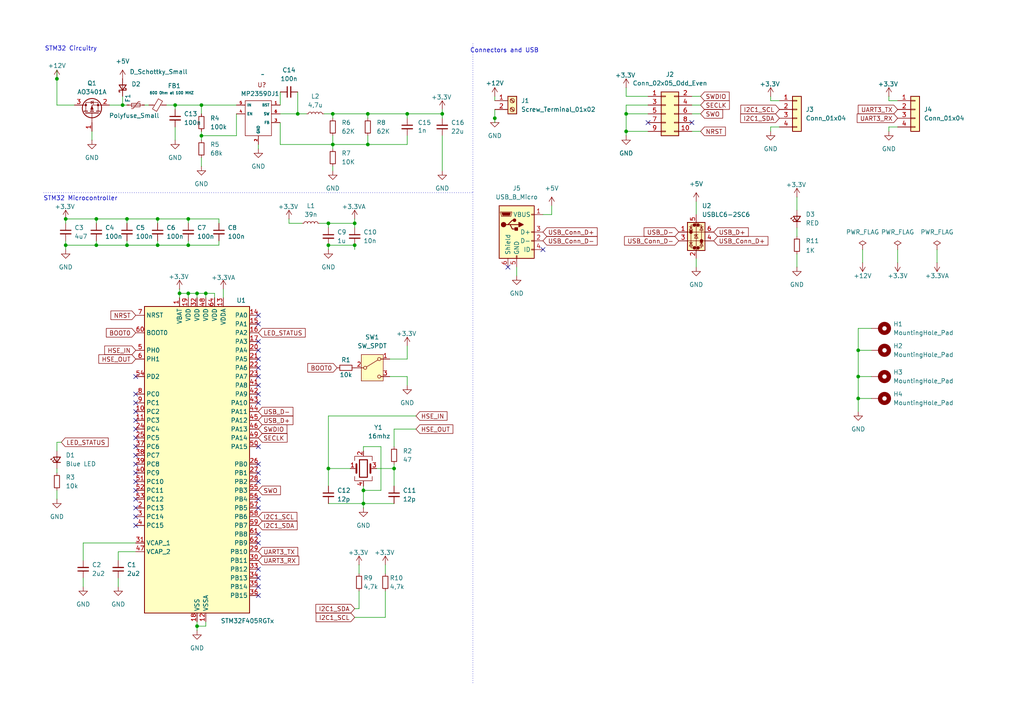
<source format=kicad_sch>
(kicad_sch (version 20231120) (generator "eeschema") (generator_version "8.0")
  (paper "A4")
  (title_block (title "stm32f405buck") (date "2024-09-22") (rev "v1") (company "nocomp"))
  (junction (at 16.51 22.86))
  (junction (at 27.94 63.5))
  (junction (at 181.61 33.02))
  (junction (at 105.41 142.24))
  (junction (at 106.68 41.91))
  (junction (at 54.61 63.5))
  (junction (at 96.52 41.91))
  (junction (at 19.05 71.12))
  (junction (at 128.27 33.02))
  (junction (at 248.92 101.6))
  (junction (at 27.94 71.12))
  (junction (at 105.41 146.05))
  (junction (at 35.56 30.48))
  (junction (at 118.11 33.02))
  (junction (at 52.07 85.09))
  (junction (at 106.68 33.02))
  (junction (at 36.83 63.5))
  (junction (at 143.51 34.29))
  (junction (at 54.61 71.12))
  (junction (at 50.8 30.48))
  (junction (at 95.25 64.77))
  (junction (at 57.15 85.09))
  (junction (at 19.05 63.5))
  (junction (at 45.72 71.12))
  (junction (at 95.25 135.89))
  (junction (at 95.25 71.12))
  (junction (at 102.87 71.12))
  (junction (at 248.92 115.57))
  (junction (at 248.92 109.22))
  (junction (at 45.72 63.5))
  (junction (at 102.87 64.77))
  (junction (at 58.42 30.48))
  (junction (at 36.83 71.12))
  (junction (at 86.36 33.02))
  (junction (at 114.3 135.89))
  (junction (at 58.42 39.37))
  (junction (at 96.52 33.02))
  (junction (at 57.15 181.61))
  (junction (at 54.61 85.09))
  (junction (at 59.69 85.09))
  (junction (at 181.61 38.1))
  (no_connect (at 74.93 99.06))
  (no_connect (at 39.37 109.22))
  (no_connect (at 39.37 124.46))
  (no_connect (at 39.37 121.92))
  (no_connect (at 39.37 129.54))
  (no_connect (at 74.93 93.98))
  (no_connect (at 39.37 116.84))
  (no_connect (at 187.96 35.56))
  (no_connect (at 147.32 77.47))
  (no_connect (at 39.37 152.4))
  (no_connect (at 74.93 101.6))
  (no_connect (at 74.93 165.1))
  (no_connect (at 74.93 114.3))
  (no_connect (at 74.93 137.16))
  (no_connect (at 74.93 154.94))
  (no_connect (at 39.37 114.3))
  (no_connect (at 74.93 147.32))
  (no_connect (at 39.37 132.08))
  (no_connect (at 39.37 137.16))
  (no_connect (at 74.93 106.68))
  (no_connect (at 39.37 149.86))
  (no_connect (at 39.37 142.24))
  (no_connect (at 39.37 119.38))
  (no_connect (at 39.37 147.32))
  (no_connect (at 74.93 104.14))
  (no_connect (at 74.93 167.64))
  (no_connect (at 39.37 144.78))
  (no_connect (at 74.93 172.72))
  (no_connect (at 74.93 109.22))
  (no_connect (at 157.48 72.39))
  (no_connect (at 74.93 111.76))
  (no_connect (at 74.93 139.7))
  (no_connect (at 74.93 91.44))
  (no_connect (at 74.93 170.18))
  (no_connect (at 200.66 35.56))
  (no_connect (at 74.93 116.84))
  (no_connect (at 39.37 134.62))
  (no_connect (at 39.37 127))
  (no_connect (at 74.93 144.78))
  (no_connect (at 74.93 157.48))
  (no_connect (at 74.93 134.62))
  (no_connect (at 74.93 129.54))
  (no_connect (at 39.37 139.7))
  (wire (pts (xy 36.83 71.12) (xy 45.72 71.12)))
  (wire (pts (xy 96.52 48.26) (xy 96.52 49.53)))
  (wire (pts (xy 19.05 63.5) (xy 27.94 63.5)))
  (wire (pts (xy 248.92 101.6) (xy 248.92 95.25)))
  (wire (pts (xy 31.75 30.48) (xy 35.56 30.48)))
  (wire (pts (xy 120.65 124.46) (xy 114.3 124.46)))
  (wire (pts (xy 58.42 39.37) (xy 58.42 40.64)))
  (wire (pts (xy 248.92 109.22) (xy 252.73 109.22)))
  (wire (pts (xy 59.69 85.09) (xy 59.69 86.36)))
  (wire (pts (xy 231.14 73.66) (xy 231.14 77.47)))
  (wire (pts (xy 106.68 33.02) (xy 106.68 34.29)))
  (wire (pts (xy 248.92 115.57) (xy 248.92 109.22)))
  (wire (pts (xy 50.8 36.83) (xy 50.8 40.64)))
  (wire (pts (xy 95.25 120.65) (xy 95.25 135.89)))
  (wire (pts (xy 105.41 130.81) (xy 105.41 129.54)))
  (wire (pts (xy 95.25 146.05) (xy 105.41 146.05)))
  (wire (pts (xy 24.13 167.64) (xy 24.13 170.18)))
  (wire (pts (xy 95.25 71.12) (xy 95.25 72.39)))
  (wire (pts (xy 96.52 41.91) (xy 96.52 43.18)))
  (wire (pts (xy 143.51 34.29) (xy 143.51 35.56)))
  (wire (pts (xy 45.72 63.5) (xy 45.72 64.77)))
  (wire (pts (xy 118.11 109.22) (xy 118.11 111.76)))
  (wire (pts (xy 200.66 33.02) (xy 203.2 33.02)))
  (wire (pts (xy 34.29 160.02) (xy 39.37 160.02)))
  (wire (pts (xy 52.07 85.09) (xy 52.07 86.36)))
  (wire (pts (xy 200.66 30.48) (xy 203.2 30.48)))
  (wire (pts (xy 86.36 33.02) (xy 86.36 26.67)))
  (wire (pts (xy 27.94 63.5) (xy 27.94 64.77)))
  (wire (pts (xy 226.06 29.21) (xy 223.52 29.21)))
  (wire (pts (xy 63.5 63.5) (xy 63.5 64.77)))
  (wire (pts (xy 250.19 72.39) (xy 250.19 76.2)))
  (wire (pts (xy 114.3 135.89) (xy 114.3 140.97)))
  (wire (pts (xy 95.25 64.77) (xy 102.87 64.77)))
  (wire (pts (xy 50.8 30.48) (xy 58.42 30.48)))
  (wire (pts (xy 223.52 36.83) (xy 223.52 38.1)))
  (wire (pts (xy 105.41 146.05) (xy 114.3 146.05)))
  (wire (pts (xy 226.06 36.83) (xy 223.52 36.83)))
  (wire (pts (xy 45.72 63.5) (xy 54.61 63.5)))
  (wire (pts (xy 120.65 120.65) (xy 95.25 120.65)))
  (wire (pts (xy 58.42 30.48) (xy 68.58 30.48)))
  (wire (pts (xy 128.27 31.75) (xy 128.27 33.02)))
  (wire (pts (xy 181.61 27.94) (xy 181.61 25.4)))
  (wire (pts (xy 27.94 71.12) (xy 36.83 71.12)))
  (wire (pts (xy 248.92 109.22) (xy 248.92 101.6)))
  (wire (pts (xy 102.87 64.77) (xy 102.87 66.04)))
  (wire (pts (xy 187.96 38.1) (xy 181.61 38.1)))
  (wire (pts (xy 102.87 176.53) (xy 104.14 176.53)))
  (wire (pts (xy 118.11 109.22) (xy 113.03 109.22)))
  (wire (pts (xy 58.42 45.72) (xy 58.42 48.26)))
  (wire (pts (xy 113.03 104.14) (xy 118.11 104.14)))
  (wire (pts (xy 52.07 83.82) (xy 52.07 85.09)))
  (wire (pts (xy 58.42 38.1) (xy 58.42 39.37)))
  (wire (pts (xy 257.81 36.83) (xy 257.81 38.1)))
  (wire (pts (xy 16.51 135.89) (xy 16.51 137.16)))
  (wire (pts (xy 19.05 71.12) (xy 19.05 72.39)))
  (wire (pts (xy 27.94 69.85) (xy 27.94 71.12)))
  (wire (pts (xy 102.87 71.12) (xy 95.25 71.12)))
  (wire (pts (xy 54.61 71.12) (xy 63.5 71.12)))
  (wire (pts (xy 114.3 134.62) (xy 114.3 135.89)))
  (wire (pts (xy 57.15 181.61) (xy 57.15 182.88)))
  (wire (pts (xy 36.83 63.5) (xy 45.72 63.5)))
  (wire (pts (xy 92.71 64.77) (xy 95.25 64.77)))
  (wire (pts (xy 54.61 63.5) (xy 63.5 63.5)))
  (wire (pts (xy 57.15 180.34) (xy 57.15 181.61)))
  (wire (pts (xy 187.96 27.94) (xy 181.61 27.94)))
  (wire (pts (xy 64.77 83.82) (xy 64.77 86.36)))
  (wire (pts (xy 35.56 27.94) (xy 35.56 30.48)))
  (wire (pts (xy 102.87 179.07) (xy 111.76 179.07)))
  (wire (pts (xy 57.15 85.09) (xy 59.69 85.09)))
  (wire (pts (xy 106.68 33.02) (xy 118.11 33.02)))
  (wire (pts (xy 16.51 128.27) (xy 16.51 130.81)))
  (wire (pts (xy 45.72 69.85) (xy 45.72 71.12)))
  (wire (pts (xy 105.41 129.54) (xy 110.49 129.54)))
  (wire (pts (xy 26.67 38.1) (xy 26.67 40.64)))
  (wire (pts (xy 54.61 85.09) (xy 54.61 86.36)))
  (wire (pts (xy 96.52 41.91) (xy 106.68 41.91)))
  (wire (pts (xy 96.52 39.37) (xy 96.52 41.91)))
  (wire (pts (xy 34.29 167.64) (xy 34.29 170.18)))
  (wire (pts (xy 102.87 63.5) (xy 102.87 64.77)))
  (wire (pts (xy 118.11 100.33) (xy 118.11 104.14)))
  (wire (pts (xy 24.13 157.48) (xy 39.37 157.48)))
  (polyline (pts (xy 12.7 55.88) (xy 137.16 55.88)) (stroke (width 0) (type dot)))
  (wire (pts (xy 93.98 33.02) (xy 96.52 33.02)))
  (wire (pts (xy 58.42 30.48) (xy 58.42 33.02)))
  (wire (pts (xy 248.92 95.25) (xy 252.73 95.25)))
  (wire (pts (xy 54.61 69.85) (xy 54.61 71.12)))
  (wire (pts (xy 36.83 69.85) (xy 36.83 71.12)))
  (wire (pts (xy 231.14 66.04) (xy 231.14 68.58)))
  (wire (pts (xy 24.13 162.56) (xy 24.13 157.48)))
  (wire (pts (xy 16.51 142.24) (xy 16.51 144.78)))
  (wire (pts (xy 200.66 27.94) (xy 203.2 27.94)))
  (wire (pts (xy 248.92 101.6) (xy 252.73 101.6)))
  (wire (pts (xy 105.41 142.24) (xy 105.41 146.05)))
  (wire (pts (xy 105.41 142.24) (xy 110.49 142.24)))
  (wire (pts (xy 19.05 63.5) (xy 19.05 64.77)))
  (wire (pts (xy 106.68 39.37) (xy 106.68 41.91)))
  (wire (pts (xy 68.58 33.02) (xy 68.58 39.37)))
  (wire (pts (xy 181.61 33.02) (xy 181.61 38.1)))
  (wire (pts (xy 54.61 85.09) (xy 57.15 85.09)))
  (wire (pts (xy 57.15 85.09) (xy 57.15 86.36)))
  (wire (pts (xy 95.25 140.97) (xy 95.25 135.89)))
  (wire (pts (xy 81.28 41.91) (xy 96.52 41.91)))
  (wire (pts (xy 54.61 63.5) (xy 54.61 64.77)))
  (wire (pts (xy 118.11 39.37) (xy 118.11 41.91)))
  (wire (pts (xy 118.11 33.02) (xy 128.27 33.02)))
  (wire (pts (xy 81.28 30.48) (xy 81.28 26.67)))
  (wire (pts (xy 114.3 124.46) (xy 114.3 129.54)))
  (wire (pts (xy 187.96 30.48) (xy 181.61 30.48)))
  (wire (pts (xy 111.76 163.83) (xy 111.76 166.37)))
  (wire (pts (xy 102.87 71.12) (xy 102.87 72.39)))
  (wire (pts (xy 50.8 31.75) (xy 50.8 30.48)))
  (wire (pts (xy 95.25 135.89) (xy 101.6 135.89)))
  (wire (pts (xy 16.51 30.48) (xy 21.59 30.48)))
  (wire (pts (xy 34.29 162.56) (xy 34.29 160.02)))
  (wire (pts (xy 128.27 33.02) (xy 128.27 34.29)))
  (wire (pts (xy 231.14 57.15) (xy 231.14 60.96)))
  (wire (pts (xy 58.42 39.37) (xy 68.58 39.37)))
  (wire (pts (xy 83.82 64.77) (xy 87.63 64.77)))
  (wire (pts (xy 248.92 115.57) (xy 252.73 115.57)))
  (wire (pts (xy 128.27 39.37) (xy 128.27 49.53)))
  (wire (pts (xy 271.78 72.39) (xy 271.78 76.2)))
  (wire (pts (xy 81.28 35.56) (xy 81.28 41.91)))
  (wire (pts (xy 143.51 31.75) (xy 143.51 34.29)))
  (wire (pts (xy 59.69 180.34) (xy 59.69 181.61)))
  (wire (pts (xy 96.52 33.02) (xy 96.52 34.29)))
  (wire (pts (xy 59.69 85.09) (xy 62.23 85.09)))
  (wire (pts (xy 149.86 77.47) (xy 149.86 80.01)))
  (wire (pts (xy 48.26 30.48) (xy 50.8 30.48)))
  (wire (pts (xy 81.28 33.02) (xy 86.36 33.02)))
  (wire (pts (xy 260.35 29.21) (xy 257.81 29.21)))
  (wire (pts (xy 17.78 128.27) (xy 16.51 128.27)))
  (wire (pts (xy 104.14 171.45) (xy 104.14 176.53)))
  (wire (pts (xy 181.61 38.1) (xy 181.61 39.37)))
  (wire (pts (xy 16.51 20.32) (xy 16.51 22.86)))
  (wire (pts (xy 16.51 22.86) (xy 16.51 30.48)))
  (wire (pts (xy 105.41 140.97) (xy 105.41 142.24)))
  (wire (pts (xy 257.81 29.21) (xy 257.81 27.94)))
  (wire (pts (xy 110.49 129.54) (xy 110.49 142.24)))
  (wire (pts (xy 105.41 146.05) (xy 105.41 147.32)))
  (wire (pts (xy 96.52 33.02) (xy 106.68 33.02)))
  (wire (pts (xy 19.05 71.12) (xy 27.94 71.12)))
  (wire (pts (xy 19.05 69.85) (xy 19.05 71.12)))
  (wire (pts (xy 111.76 179.07) (xy 111.76 171.45)))
  (wire (pts (xy 52.07 85.09) (xy 54.61 85.09)))
  (wire (pts (xy 35.56 30.48) (xy 36.83 30.48)))
  (wire (pts (xy 118.11 34.29) (xy 118.11 33.02)))
  (wire (pts (xy 201.93 58.42) (xy 201.93 62.23)))
  (wire (pts (xy 74.93 41.91) (xy 74.93 43.18)))
  (wire (pts (xy 63.5 69.85) (xy 63.5 71.12)))
  (polyline (pts (xy 137.16 12.7) (xy 137.16 55.88)) (stroke (width 0) (type dot)))
  (wire (pts (xy 200.66 38.1) (xy 203.2 38.1)))
  (wire (pts (xy 160.02 59.69) (xy 160.02 62.23)))
  (wire (pts (xy 260.35 72.39) (xy 260.35 76.2)))
  (wire (pts (xy 27.94 63.5) (xy 36.83 63.5)))
  (wire (pts (xy 248.92 119.38) (xy 248.92 115.57)))
  (wire (pts (xy 95.25 64.77) (xy 95.25 66.04)))
  (wire (pts (xy 260.35 36.83) (xy 257.81 36.83)))
  (wire (pts (xy 143.51 27.94) (xy 143.51 29.21)))
  (wire (pts (xy 109.22 135.89) (xy 114.3 135.89)))
  (wire (pts (xy 181.61 30.48) (xy 181.61 33.02)))
  (wire (pts (xy 41.91 30.48) (xy 43.18 30.48)))
  (wire (pts (xy 83.82 63.5) (xy 83.82 64.77)))
  (wire (pts (xy 223.52 29.21) (xy 223.52 27.94)))
  (wire (pts (xy 57.15 181.61) (xy 59.69 181.61)))
  (wire (pts (xy 88.9 33.02) (xy 86.36 33.02)))
  (wire (pts (xy 36.83 63.5) (xy 36.83 64.77)))
  (wire (pts (xy 160.02 62.23) (xy 157.48 62.23)))
  (wire (pts (xy 106.68 41.91) (xy 118.11 41.91)))
  (wire (pts (xy 201.93 74.93) (xy 201.93 77.47)))
  (wire (pts (xy 45.72 71.12) (xy 54.61 71.12)))
  (wire (pts (xy 181.61 33.02) (xy 187.96 33.02)))
  (polyline (pts (xy 137.16 55.88) (xy 137.16 198.12)) (stroke (width 0) (type dot)))
  (wire (pts (xy 104.14 163.83) (xy 104.14 166.37)))
  (wire (pts (xy 62.23 85.09) (xy 62.23 86.36)))
  (text "STM32 Circuitry\n\n" (at 20.574 15.24 0) (effects (font (size 1.27 1.27))))
  (text "Connectors and USB\n" (at 146.304 14.732 0) (effects (font (size 1.27 1.27))))
  (text "STM32 Microcontroller\n" (at 23.368 57.658 0) (effects (font (size 1.27 1.27))))
  (global_label "NRST" (shape input) (at 203.2 38.1 0) (property "Intersheetrefs" "${INTERSHEET_REFS}" (effects (hide yes))))
  (global_label "BOOT0" (shape input) (at 39.37 96.52 180) (property "Intersheetrefs" "${INTERSHEET_REFS}" (effects (hide yes))))
  (global_label "SWDIO" (shape input) (at 203.2 27.94 0) (property "Intersheetrefs" "${INTERSHEET_REFS}" (effects (hide yes))))
  (global_label "UART3_RX" (shape input) (at 260.35 34.29 180) (property "Intersheetrefs" "${INTERSHEET_REFS}" (effects (hide yes))))
  (global_label "HSE_IN" (shape input) (at 120.65 120.65 0) (property "Intersheetrefs" "${INTERSHEET_REFS}" (effects (hide yes))))
  (global_label "BOOT0" (shape input) (at 97.79 106.68 180) (property "Intersheetrefs" "${INTERSHEET_REFS}" (effects (hide yes))))
  (global_label "UART3_TX" (shape input) (at 74.93 160.02 0) (property "Intersheetrefs" "${INTERSHEET_REFS}" (effects (hide yes))))
  (global_label "HSE_OUT" (shape input) (at 120.65 124.46 0) (property "Intersheetrefs" "${INTERSHEET_REFS}" (effects (hide yes))))
  (global_label "USB_Conn_D+" (shape input) (at 207.01 69.85 0) (property "Intersheetrefs" "${INTERSHEET_REFS}" (effects (hide yes))))
  (global_label "I2C1_SCL" (shape input) (at 226.06 31.75 180) (property "Intersheetrefs" "${INTERSHEET_REFS}" (effects (hide yes))))
  (global_label "SWDIO" (shape input) (at 74.93 124.46 0) (property "Intersheetrefs" "${INTERSHEET_REFS}" (effects (hide yes))))
  (global_label "I2C1_SCL" (shape input) (at 102.87 179.07 180) (property "Intersheetrefs" "${INTERSHEET_REFS}" (effects (hide yes))))
  (global_label "USB_D+" (shape input) (at 74.93 121.92 0) (property "Intersheetrefs" "${INTERSHEET_REFS}" (effects (hide yes))))
  (global_label "USB_Conn_D+" (shape input) (at 157.48 67.31 0) (property "Intersheetrefs" "${INTERSHEET_REFS}" (effects (hide yes))))
  (global_label "SECLK" (shape input) (at 74.93 127 0) (property "Intersheetrefs" "${INTERSHEET_REFS}" (effects (hide yes))))
  (global_label "I2C1_SDA" (shape input) (at 102.87 176.53 180) (property "Intersheetrefs" "${INTERSHEET_REFS}" (effects (hide yes))))
  (global_label "USB_Conn_D-" (shape input) (at 196.85 69.85 180) (property "Intersheetrefs" "${INTERSHEET_REFS}" (effects (hide yes))))
  (global_label "I2C1_SCL" (shape input) (at 74.93 149.86 0) (property "Intersheetrefs" "${INTERSHEET_REFS}" (effects (hide yes))))
  (global_label "HSE_IN" (shape input) (at 39.37 101.6 180) (property "Intersheetrefs" "${INTERSHEET_REFS}" (effects (hide yes))))
  (global_label "USB_Conn_D-" (shape input) (at 157.48 69.85 0) (property "Intersheetrefs" "${INTERSHEET_REFS}" (effects (hide yes))))
  (global_label "USB_D-" (shape input) (at 196.85 67.31 180) (property "Intersheetrefs" "${INTERSHEET_REFS}" (effects (hide yes))))
  (global_label "USB_D+" (shape input) (at 207.01 67.31 0) (property "Intersheetrefs" "${INTERSHEET_REFS}" (effects (hide yes))))
  (global_label "SECLK" (shape input) (at 203.2 30.48 0) (property "Intersheetrefs" "${INTERSHEET_REFS}" (effects (hide yes))))
  (global_label "NRST" (shape input) (at 39.37 91.44 180) (property "Intersheetrefs" "${INTERSHEET_REFS}" (effects (hide yes))))
  (global_label "USB_D-" (shape input) (at 74.93 119.38 0) (property "Intersheetrefs" "${INTERSHEET_REFS}" (effects (hide yes))))
  (global_label "I2C1_SDA" (shape input) (at 74.93 152.4 0) (property "Intersheetrefs" "${INTERSHEET_REFS}" (effects (hide yes))))
  (global_label "UART3_TX" (shape input) (at 260.35 31.75 180) (property "Intersheetrefs" "${INTERSHEET_REFS}" (effects (hide yes))))
  (global_label "SWO" (shape input) (at 203.2 33.02 0) (property "Intersheetrefs" "${INTERSHEET_REFS}" (effects (hide yes))))
  (global_label "LED_STATUS" (shape input) (at 17.78 128.27 0) (property "Intersheetrefs" "${INTERSHEET_REFS}" (effects (hide yes))))
  (global_label "SWO" (shape input) (at 74.93 142.24 0) (property "Intersheetrefs" "${INTERSHEET_REFS}" (effects (hide yes))))
  (global_label "LED_STATUS" (shape input) (at 74.93 96.52 0) (property "Intersheetrefs" "${INTERSHEET_REFS}" (effects (hide yes))))
  (global_label "UART3_RX" (shape input) (at 74.93 162.56 0) (property "Intersheetrefs" "${INTERSHEET_REFS}" (effects (hide yes))))
  (global_label "HSE_OUT" (shape input) (at 39.37 104.14 180) (property "Intersheetrefs" "${INTERSHEET_REFS}" (effects (hide yes))))
  (global_label "I2C1_SDA" (shape input) (at 226.06 34.29 180) (property "Intersheetrefs" "${INTERSHEET_REFS}" (effects (hide yes))))
  (symbol (lib_id "power:+3.3V") (at 104.14 163.83 0) (unit 1)
    (property "Reference" "#PWR027" (effects (hide yes)))
    (property "Value" "+3.3V" (at 103.886 160.274 0))
    (property "Description" "Power symbol creates a global label with name \"+3.3V\"" (effects (hide yes)))
  )
  (symbol (lib_id "Device:C_Small") (at 19.05 67.31 0) (unit 1)
    (property "Reference" "C3" (at 21.59 66.0462 0) (effects (justify left)))
    (property "Value" "4u7" (at 21.59 68.5862 0) (effects (justify left)))
    (property "Footprint" "Capacitor_SMD:C_0805_2012Metric" (effects (hide yes)))
    (property "Description" "Unpolarized capacitor, small symbol" (effects (hide yes)))
  )
  (symbol (lib_id "Device:R_Small") (at 16.51 139.7 0) (unit 1)
    (property "Reference" "R3" (at 19.05 138.4299 0) (effects (justify left)))
    (property "Value" "10k" (at 19.05 140.9699 0) (effects (justify left)))
    (property "Footprint" "Resistor_SMD:R_0603_1608Metric" (effects (hide yes)))
    (property "Description" "Resistor, small symbol" (effects (hide yes)))
  )
  (symbol (lib_id "bag-folder:MP2359DJ") (at 73.66 27.94 0) (unit 1)
    (property "Reference" "MP2359DJ1" (at 75.438 27.178 0))
    (property "Value" "~" (at 76.2 21.59 0))
    (property "Footprint" "Package_TO_SOT_SMD:SOT-23-6" (effects (hide yes)))
  )
  (symbol (lib_id "power:+3.3V") (at 19.05 63.5 0) (unit 1)
    (property "Reference" "#PWR08" (effects (hide yes)))
    (property "Value" "+3.3V" (at 18.796 59.944 0))
    (property "Description" "Power symbol creates a global label with name \"+3.3V\"" (effects (hide yes)))
  )
  (symbol (lib_id "power:+5V") (at 160.02 59.69 0) (unit 1)
    (property "Reference" "#PWR034" (effects (hide yes)))
    (property "Value" "+5V" (at 160.02 54.61 0))
    (property "Description" "Power symbol creates a global label with name \"+5V\"" (effects (hide yes)))
  )
  (symbol (lib_id "power:GND") (at 223.52 38.1 0) (unit 1)
    (property "Reference" "#PWR030" (effects (hide yes)))
    (property "Value" "GND" (at 223.52 43.18 0))
    (property "Description" "Power symbol creates a global label with name \"GND\" , ground" (effects (hide yes)))
  )
  (symbol (lib_id "power:+3.3V") (at 102.87 63.5 0) (unit 1)
    (property "Reference" "#PWR012" (effects (hide yes)))
    (property "Value" "+3.3VA" (at 102.616 59.944 0))
    (property "Description" "Power symbol creates a global label with name \"+3.3V\"" (effects (hide yes)))
  )
  (symbol (lib_id "power:+3.3V") (at 118.11 100.33 0) (unit 1)
    (property "Reference" "#PWR06" (effects (hide yes)))
    (property "Value" "+3.3V" (at 117.856 96.774 0))
    (property "Description" "Power symbol creates a global label with name \"+3.3V\"" (effects (hide yes)))
  )
  (symbol (lib_id "Device:R_Small") (at 104.14 168.91 0) (unit 1)
    (property "Reference" "R9" (at 105.41 167.64 0) (effects (justify left)))
    (property "Value" "4,7k" (at 105.41 170.18 0) (effects (justify left)))
    (property "Footprint" "Resistor_SMD:R_0603_1608Metric" (effects (hide yes)))
    (property "Description" "Resistor, small symbol" (effects (hide yes)))
  )
  (symbol (lib_id "power:GND") (at 50.8 40.64 0) (unit 1)
    (property "Reference" "#PWR017" (effects (hide yes)))
    (property "Value" "GND" (at 50.8 45.72 0))
    (property "Description" "Power symbol creates a global label with name \"GND\" , ground" (effects (hide yes)))
  )
  (symbol (lib_id "Device:D_Schottky_Small") (at 35.56 25.4 90) (unit 1)
    (property "Reference" "D2" (at 38.1 24.3839 90) (effects (justify right)))
    (property "Value" "D_Schottky_Small" (at 37.592 20.828 90) (effects (justify right)))
    (property "Footprint" "Diode_SMD:D_SOD-123" (effects (hide yes)))
    (property "Description" "Schottky diode, small symbol" (effects (hide yes)))
  )
  (symbol (lib_id "Device:C_Small") (at 36.83 67.31 0) (unit 1)
    (property "Reference" "C5" (at 39.37 66.0462 0) (effects (justify left)))
    (property "Value" "100n" (at 39.37 68.5862 0) (effects (justify left)))
    (property "Footprint" "Capacitor_SMD:C_0402_1005Metric" (effects (hide yes)))
    (property "Description" "Unpolarized capacitor, small symbol" (effects (hide yes)))
  )
  (symbol (lib_id "power:+12V") (at 260.35 76.2 180) (unit 1)
    (property "Reference" "#PWR041" (effects (hide yes)))
    (property "Value" "+3.3V" (at 260.35 80.01 0))
    (property "Description" "Power symbol creates a global label with name \"+12V\"" (effects (hide yes)))
  )
  (symbol (lib_id "power:+12V") (at 143.51 27.94 0) (unit 1)
    (property "Reference" "#PWR024" (effects (hide yes)))
    (property "Value" "+12V" (at 143.51 24.13 0))
    (property "Description" "Power symbol creates a global label with name \"+12V\"" (effects (hide yes)))
  )
  (symbol (lib_id "Device:R_Small") (at 96.52 45.72 0) (unit 1)
    (property "Reference" "R7" (at 99.06 44.4499 0) (effects (justify left)))
    (property "Value" "10K" (at 99.06 46.9899 0) (effects (justify left)))
    (property "Footprint" "Resistor_SMD:R_0603_1608Metric" (effects (hide yes)))
    (property "Description" "Resistor, small symbol" (effects (hide yes)))
  )
  (symbol (lib_id "Mechanical:MountingHole_Pad") (at 255.27 115.57 270) (unit 1) (exclude_from_sim yes) (in_bom no)
    (property "Reference" "H4" (at 259.08 114.2999 90) (effects (justify left)))
    (property "Value" "MountingHole_Pad" (at 259.08 116.8399 90) (effects (justify left)))
    (property "Footprint" "MountingHole:MountingHole_4.3mm_M4_Pad_Via" (effects (hide yes)))
    (property "Description" "Mounting Hole with connection" (effects (hide yes)))
  )
  (symbol (lib_id "Device:R_Small") (at 111.76 168.91 0) (unit 1)
    (property "Reference" "R10" (at 113.03 167.64 0) (effects (justify left)))
    (property "Value" "4,7k" (at 113.03 170.18 0) (effects (justify left)))
    (property "Footprint" "Resistor_SMD:R_0603_1608Metric" (effects (hide yes)))
    (property "Description" "Resistor, small symbol" (effects (hide yes)))
  )
  (symbol (lib_id "power:GND") (at 58.42 48.26 0) (unit 1)
    (property "Reference" "#PWR019" (effects (hide yes)))
    (property "Value" "GND" (at 58.42 53.34 0))
    (property "Description" "Power symbol creates a global label with name \"GND\" , ground" (effects (hide yes)))
  )
  (symbol (lib_id "Connector_Generic:Conn_01x04") (at 265.43 31.75 0) (unit 1)
    (property "Reference" "J4" (at 267.97 31.7499 0) (effects (justify left)))
    (property "Value" "Conn_01x04" (at 267.97 34.2899 0) (effects (justify left)))
    (property "Footprint" "Connector_Molex:Molex_PicoBlade_53048-0410_1x04_P1.25mm_Horizontal" (effects (hide yes)))
    (property "Description" "Generic connector, single row, 01x04, script generated (kicad-library-utils/schlib/autogen/connector/)" (effects (hide yes)))
  )
  (symbol (lib_id "Switch:SW_SPDT") (at 107.95 106.68 0) (unit 1)
    (property "Reference" "SW1" (at 107.95 97.79 0))
    (property "Value" "SW_SPDT" (at 107.95 100.33 0))
    (property "Footprint" "Button_Switch_SMD:SW_SPDT_PCM12" (effects (hide yes)))
    (property "Description" "Switch, single pole double throw" (effects (hide yes)))
  )
  (symbol (lib_id "Device:R_Small") (at 114.3 132.08 0) (unit 1)
    (property "Reference" "R2" (at 116.84 130.8099 0) (effects (justify left)))
    (property "Value" "47" (at 116.84 133.3499 0) (effects (justify left)))
    (property "Footprint" "Resistor_SMD:R_0402_1005Metric" (effects (hide yes)))
    (property "Description" "Resistor, small symbol" (effects (hide yes)))
  )
  (symbol (lib_id "power:GND") (at 105.41 147.32 0) (unit 1)
    (property "Reference" "#PWR013" (effects (hide yes)))
    (property "Value" "GND" (at 105.41 152.4 0))
    (property "Description" "Power symbol creates a global label with name \"GND\" , ground" (effects (hide yes)))
  )
  (symbol (lib_id "power:+3.3V") (at 128.27 31.75 0) (unit 1)
    (property "Reference" "#PWR022" (effects (hide yes)))
    (property "Value" "+3.3V" (at 128.016 28.194 0))
    (property "Description" "Power symbol creates a global label with name \"+3.3V\"" (effects (hide yes)))
  )
  (symbol (lib_id "Connector_Generic:Conn_01x04") (at 231.14 31.75 0) (unit 1)
    (property "Reference" "J3" (at 233.68 31.7499 0) (effects (justify left)))
    (property "Value" "Conn_01x04" (at 233.68 34.2899 0) (effects (justify left)))
    (property "Footprint" "Connector_Molex:Molex_PicoBlade_53048-0410_1x04_P1.25mm_Horizontal" (effects (hide yes)))
    (property "Description" "Generic connector, single row, 01x04, script generated (kicad-library-utils/schlib/autogen/connector/)" (effects (hide yes)))
  )
  (symbol (lib_id "Device:C_Small") (at 118.11 36.83 0) (unit 1)
    (property "Reference" "C15" (at 121.158 35.56 0) (effects (justify left)))
    (property "Value" "1n" (at 121.158 37.846 0) (effects (justify left)))
    (property "Footprint" "Capacitor_SMD:C_0402_1005Metric" (effects (hide yes)))
    (property "Description" "Unpolarized capacitor, small symbol" (effects (hide yes)))
  )
  (symbol (lib_id "Device:R_Small") (at 231.14 71.12 0) (unit 1)
    (property "Reference" "R11" (at 233.68 69.8499 0) (effects (justify left)))
    (property "Value" "1K" (at 233.68 72.644 0) (effects (justify left)))
    (property "Footprint" "Resistor_SMD:R_0603_1608Metric" (effects (hide yes)))
    (property "Description" "Resistor, small symbol" (effects (hide yes)))
  )
  (symbol (lib_id "power:+3.3V") (at 231.14 57.15 0) (unit 1)
    (property "Reference" "#PWR038" (effects (hide yes)))
    (property "Value" "+3.3V" (at 230.886 53.594 0))
    (property "Description" "Power symbol creates a global label with name \"+3.3V\"" (effects (hide yes)))
  )
  (symbol (lib_id "Device:LED_Small") (at 16.51 133.35 90) (unit 1)
    (property "Reference" "D1" (at 19.05 132.0164 90) (effects (justify right)))
    (property "Value" "Blue LED" (at 19.05 134.5564 90) (effects (justify right)))
    (property "Footprint" "LED_SMD:LED_0603_1608Metric" (effects (hide yes)))
    (property "Description" "Light emitting diode, small symbol" (effects (hide yes)))
  )
  (symbol (lib_id "Device:R_Small") (at 100.33 106.68 90) (unit 1)
    (property "Reference" "R1" (at 100.33 104.394 90))
    (property "Value" "10k" (at 100.33 108.712 90))
    (property "Footprint" "Resistor_SMD:R_0402_1005Metric" (effects (hide yes)))
    (property "Description" "Resistor, small symbol" (effects (hide yes)))
  )
  (symbol (lib_id "Power_Protection:USBLC6-2SC6") (at 201.93 67.31 0) (unit 1)
    (property "Reference" "U2" (at 203.5811 59.69 0) (effects (justify left)))
    (property "Value" "USBLC6-2SC6" (at 203.5811 62.23 0) (effects (justify left)))
    (property "Footprint" "Package_TO_SOT_SMD:SOT-23-6" (effects (hide yes)))
    (property "Datasheet" "https://www.st.com/resource/en/datasheet/usblc6-2.pdf" (effects (hide yes)))
    (property "Description" "Very low capacitance ESD protection diode, 2 data-line, SOT-23-6" (effects (hide yes)))
  )
  (symbol (lib_id "power:GND") (at 231.14 77.47 0) (unit 1)
    (property "Reference" "#PWR039" (effects (hide yes)))
    (property "Value" "GND" (at 231.14 82.55 0))
    (property "Description" "Power symbol creates a global label with name \"GND\" , ground" (effects (hide yes)))
  )
  (symbol (lib_id "Device:R_Small") (at 106.68 36.83 0) (unit 1)
    (property "Reference" "R8" (at 109.22 35.5599 0) (effects (justify left)))
    (property "Value" "62K" (at 109.22 38.0999 0) (effects (justify left)))
    (property "Footprint" "Resistor_SMD:R_0603_1608Metric" (effects (hide yes)))
    (property "Description" "Resistor, small symbol" (effects (hide yes)))
  )
  (symbol (lib_id "Device:C_Small") (at 95.25 143.51 0) (unit 1)
    (property "Reference" "C12" (at 97.79 142.2462 0) (effects (justify left)))
    (property "Value" "12p" (at 97.79 144.7862 0) (effects (justify left)))
    (property "Footprint" "Capacitor_SMD:C_0402_1005Metric" (effects (hide yes)))
    (property "Description" "Unpolarized capacitor, small symbol" (effects (hide yes)))
  )
  (symbol (lib_id "power:+12V") (at 16.51 22.86 0) (unit 1)
    (property "Reference" "#PWR015" (effects (hide yes)))
    (property "Value" "+12V" (at 16.51 19.05 0))
    (property "Description" "Power symbol creates a global label with name \"+12V\"" (effects (hide yes)))
  )
  (symbol (lib_id "power:GND") (at 34.29 170.18 0) (unit 1)
    (property "Reference" "#PWR04" (effects (hide yes)))
    (property "Value" "GND" (at 34.29 175.26 0))
    (property "Description" "Power symbol creates a global label with name \"GND\" , ground" (effects (hide yes)))
  )
  (symbol (lib_id "MCU_ST_STM32F4:STM32F405RGTx") (at 57.15 134.62 0) (unit 1)
    (property "Reference" "U1" (at 68.58 87.122 0) (effects (justify left)))
    (property "Value" "STM32F405RGTx" (at 64.008 180.086 0) (effects (justify left)))
    (property "Footprint" "Package_QFP:LQFP-64_10x10mm_P0.5mm" (effects (hide yes)))
    (property "Datasheet" "https://www.st.com/resource/en/datasheet/stm32f405rg.pdf" (effects (hide yes)))
    (property "Description" "STMicroelectronics Arm Cortex-M4 MCU, 1024KB flash, 192KB RAM, 168 MHz, 1.8-3.6V, 51 GPIO, LQFP64" (effects (hide yes)))
  )
  (symbol (lib_id "Device:L_Small") (at 91.44 33.02 90) (unit 1)
    (property "Reference" "L2" (at 91.44 27.94 90))
    (property "Value" "4,7u" (at 91.44 30.48 90))
    (property "Footprint" "Inductor_SMD:L_0805_2012Metric" (effects (hide yes)))
    (property "Description" "Inductor, small symbol" (effects (hide yes)))
  )
  (symbol (lib_id "power:GND") (at 181.61 39.37 0) (unit 1)
    (property "Reference" "#PWR026" (effects (hide yes)))
    (property "Value" "GND" (at 181.61 44.45 0))
    (property "Description" "Power symbol creates a global label with name \"GND\" , ground" (effects (hide yes)))
  )
  (symbol (lib_id "Transistor_FET:AO3401A") (at 26.67 33.02 90) (unit 1)
    (property "Reference" "Q1" (at 26.67 24.13 90))
    (property "Value" "AO3401A" (at 26.67 26.67 90))
    (property "Footprint" "Package_TO_SOT_SMD:SOT-23" (effects (hide yes)))
    (property "Datasheet" "http://www.aosmd.com/pdfs/datasheet/AO3401A.pdf" (effects (hide yes)))
    (property "Description" "-4.0A Id, -30V Vds, P-Channel MOSFET, SOT-23" (effects (hide yes)))
  )
  (symbol (lib_id "power:+3.3V") (at 83.82 63.5 0) (unit 1)
    (property "Reference" "#PWR010" (effects (hide yes)))
    (property "Value" "+3.3V" (at 83.566 59.944 0))
    (property "Description" "Power symbol creates a global label with name \"+3.3V\"" (effects (hide yes)))
  )
  (symbol (lib_id "Connector:Screw_Terminal_01x02") (at 148.59 29.21 0) (unit 1)
    (property "Reference" "J1" (at 151.13 29.2099 0) (effects (justify left)))
    (property "Value" "Screw_Terminal_01x02" (at 151.13 31.7499 0) (effects (justify left)))
    (property "Footprint" "TerminalBlock_Phoenix:TerminalBlock_Phoenix_PT-1,5-2-3.5-H_1x02_P3.50mm_Horizontal" (effects (hide yes)))
    (property "Description" "Generic screw terminal, single row, 01x02, script generated (kicad-library-utils/schlib/autogen/connector/)" (effects (hide yes)))
  )
  (symbol (lib_id "power:GND") (at 16.51 144.78 0) (unit 1)
    (property "Reference" "#PWR014" (effects (hide yes)))
    (property "Value" "GND" (at 16.51 149.86 0))
    (property "Description" "Power symbol creates a global label with name \"GND\" , ground" (effects (hide yes)))
  )
  (symbol (lib_id "Connector_Generic:Conn_02x05_Odd_Even") (at 193.04 33.02 0) (unit 1)
    (property "Reference" "J2" (at 194.31 21.59 0))
    (property "Value" "Conn_02x05_Odd_Even" (at 194.31 24.13 0))
    (property "Footprint" "Connector_PinHeader_1.27mm:PinHeader_2x05_P1.27mm_Vertical" (effects (hide yes)))
    (property "Description" "Generic connector, double row, 02x05, odd/even pin numbering scheme (row 1 odd numbers, row 2 even numbers), script generated (kicad-library-utils/schlib/autogen/connector/)" (effects (hide yes)))
  )
  (symbol (lib_id "power:GND") (at 149.86 80.01 0) (unit 1)
    (property "Reference" "#PWR033" (effects (hide yes)))
    (property "Value" "GND" (at 149.86 85.09 0))
    (property "Description" "Power symbol creates a global label with name \"GND\" , ground" (effects (hide yes)))
  )
  (symbol (lib_id "Mechanical:MountingHole_Pad") (at 255.27 101.6 270) (unit 1) (exclude_from_sim yes) (in_bom no)
    (property "Reference" "H2" (at 259.08 100.3299 90) (effects (justify left)))
    (property "Value" "MountingHole_Pad" (at 259.08 102.8699 90) (effects (justify left)))
    (property "Footprint" "MountingHole:MountingHole_4.3mm_M4_Pad_Via" (effects (hide yes)))
    (property "Description" "Mounting Hole with connection" (effects (hide yes)))
  )
  (symbol (lib_id "Device:L_Small") (at 90.17 64.77 90) (unit 1)
    (property "Reference" "L1" (at 90.17 59.69 90))
    (property "Value" "39n" (at 90.17 62.23 90))
    (property "Footprint" "Inductor_SMD:L_0402_1005Metric" (effects (hide yes)))
    (property "Description" "Inductor, small symbol" (effects (hide yes)))
  )
  (symbol (lib_id "Mechanical:MountingHole_Pad") (at 255.27 109.22 270) (unit 1) (exclude_from_sim yes) (in_bom no)
    (property "Reference" "H3" (at 259.08 107.9499 90) (effects (justify left)))
    (property "Value" "MountingHole_Pad" (at 259.08 110.4899 90) (effects (justify left)))
    (property "Footprint" "MountingHole:MountingHole_4.3mm_M4_Pad_Via" (effects (hide yes)))
    (property "Description" "Mounting Hole with connection" (effects (hide yes)))
  )
  (symbol (lib_id "power:GND") (at 128.27 49.53 0) (unit 1)
    (property "Reference" "#PWR021" (effects (hide yes)))
    (property "Value" "GND" (at 128.27 54.61 0))
    (property "Description" "Power symbol creates a global label with name \"GND\" , ground" (effects (hide yes)))
  )
  (symbol (lib_id "Connector:USB_B_Micro") (at 149.86 67.31 0) (unit 1)
    (property "Reference" "J5" (at 149.86 54.61 0))
    (property "Value" "USB_B_Micro" (at 149.86 57.15 0))
    (property "Footprint" "Connector_USB:USB_Micro-B_Amphenol_10118193-0001LF_Horizontal" (effects (hide yes)))
    (property "Description" "USB Micro Type B connector" (effects (hide yes)))
  )
  (symbol (lib_id "Device:C_Small") (at 24.13 165.1 180) (unit 1)
    (property "Reference" "C2" (at 26.67 163.8235 0) (effects (justify right)))
    (property "Value" "2u2" (at 26.67 166.3635 0) (effects (justify right)))
    (property "Footprint" "Capacitor_SMD:C_0805_2012Metric" (effects (hide yes)))
    (property "Description" "Unpolarized capacitor, small symbol" (effects (hide yes)))
  )
  (symbol (lib_id "power:+3.3V") (at 111.76 163.83 0) (unit 1)
    (property "Reference" "#PWR028" (effects (hide yes)))
    (property "Value" "+3.3V" (at 111.506 160.274 0))
    (property "Description" "Power symbol creates a global label with name \"+3.3V\"" (effects (hide yes)))
  )
  (symbol (lib_id "Device:C_Small") (at 27.94 67.31 0) (unit 1)
    (property "Reference" "C4" (at 30.48 66.0462 0) (effects (justify left)))
    (property "Value" "100n" (at 30.48 68.5862 0) (effects (justify left)))
    (property "Footprint" "Capacitor_SMD:C_0402_1005Metric" (effects (hide yes)))
    (property "Description" "Unpolarized capacitor, small symbol" (effects (hide yes)))
  )
  (symbol (lib_id "Device:C_Small") (at 114.3 143.51 0) (unit 1)
    (property "Reference" "C11" (at 116.84 142.2462 0) (effects (justify left)))
    (property "Value" "12p" (at 116.84 144.7862 0) (effects (justify left)))
    (property "Footprint" "Capacitor_SMD:C_0402_1005Metric" (effects (hide yes)))
    (property "Description" "Unpolarized capacitor, small symbol" (effects (hide yes)))
  )
  (symbol (lib_id "power:GND") (at 24.13 170.18 0) (unit 1)
    (property "Reference" "#PWR05" (effects (hide yes)))
    (property "Value" "GND" (at 24.13 175.26 0))
    (property "Description" "Power symbol creates a global label with name \"GND\" , ground" (effects (hide yes)))
  )
  (symbol (lib_id "Device:FerriteBead_Small") (at 45.72 30.48 90) (unit 1)
    (property "Reference" "FB1" (at 50.546 24.892 90))
    (property "Value" "600 Ohm at 100 MHZ" (at 49.784 26.924 90) (effects (font (size 0.762 0.762))))
    (property "Footprint" "Inductor_SMD:L_0805_2012Metric" (effects (hide yes)))
    (property "Description" "Ferrite bead, small symbol" (effects (hide yes)))
  )
  (symbol (lib_id "power:+5V") (at 201.93 58.42 0) (unit 1)
    (property "Reference" "#PWR037" (effects (hide yes)))
    (property "Value" "+5V" (at 201.93 53.34 0))
    (property "Description" "Power symbol creates a global label with name \"+5V\"" (effects (hide yes)))
  )
  (symbol (lib_id "power:+3.3V") (at 181.61 25.4 0) (unit 1)
    (property "Reference" "#PWR025" (effects (hide yes)))
    (property "Value" "+3.3V" (at 181.356 21.844 0))
    (property "Description" "Power symbol creates a global label with name \"+3.3V\"" (effects (hide yes)))
  )
  (symbol (lib_id "Mechanical:MountingHole_Pad") (at 255.27 95.25 270) (unit 1) (exclude_from_sim yes) (in_bom no)
    (property "Reference" "H1" (at 259.08 93.9799 90) (effects (justify left)))
    (property "Value" "MountingHole_Pad" (at 259.08 96.5199 90) (effects (justify left)))
    (property "Footprint" "MountingHole:MountingHole_4.3mm_M4_Pad_Via" (effects (hide yes)))
    (property "Description" "Mounting Hole with connection" (effects (hide yes)))
  )
  (symbol (lib_id "power:+3.3V") (at 223.52 27.94 0) (unit 1)
    (property "Reference" "#PWR029" (effects (hide yes)))
    (property "Value" "+3.3V" (at 223.266 24.384 0))
    (property "Description" "Power symbol creates a global label with name \"+3.3V\"" (effects (hide yes)))
  )
  (symbol (lib_id "Device:Crystal_GND24") (at 105.41 135.89 0) (unit 1)
    (property "Reference" "Y1" (at 109.728 123.9834 0))
    (property "Value" "16mhz" (at 109.982 126.492 0))
    (property "Footprint" "Crystal:Crystal_SMD_3225-4Pin_3.2x2.5mm" (effects (hide yes)))
    (property "Description" "Four pin crystal, GND on pins 2 and 4" (effects (hide yes)))
  )
  (symbol (lib_id "Device:R_Small") (at 58.42 43.18 0) (unit 1)
    (property "Reference" "R5" (at 60.96 41.9099 0) (effects (justify left)))
    (property "Value" "68k" (at 60.96 44.4499 0) (effects (justify left)))
    (property "Footprint" "Resistor_SMD:R_0603_1608Metric" (effects (hide yes)))
    (property "Description" "Resistor, small symbol" (effects (hide yes)))
  )
  (symbol (lib_id "Device:C_Small") (at 95.25 68.58 0) (unit 1)
    (property "Reference" "C9" (at 97.79 67.3162 0) (effects (justify left)))
    (property "Value" "1u" (at 97.79 69.8562 0) (effects (justify left)))
    (property "Footprint" "Capacitor_SMD:C_0402_1005Metric" (effects (hide yes)))
    (property "Description" "Unpolarized capacitor, small symbol" (effects (hide yes)))
  )
  (symbol (lib_id "Device:C_Small") (at 83.82 26.67 90) (unit 1)
    (property "Reference" "C14" (at 83.8263 20.32 90))
    (property "Value" "100n" (at 83.8263 22.86 90))
    (property "Footprint" "Capacitor_SMD:C_0402_1005Metric" (effects (hide yes)))
    (property "Description" "Unpolarized capacitor, small symbol" (effects (hide yes)))
  )
  (symbol (lib_id "power:GND") (at 143.51 34.29 0) (unit 1)
    (property "Reference" "#PWR023" (effects (hide yes)))
    (property "Value" "GND" (at 143.51 39.37 0))
    (property "Description" "Power symbol creates a global label with name \"GND\" , ground" (effects (hide yes)))
  )
  (symbol (lib_id "Device:C_Small") (at 128.27 36.83 180) (unit 1)
    (property "Reference" "C16" (at 130.81 35.5535 0) (effects (justify right)))
    (property "Value" "22u" (at 130.81 38.0935 0) (effects (justify right)))
    (property "Footprint" "Capacitor_SMD:C_0603_1608Metric" (effects (hide yes)))
    (property "Description" "Unpolarized capacitor, small symbol" (effects (hide yes)))
  )
  (symbol (lib_id "Device:C_Small") (at 63.5 67.31 0) (unit 1)
    (property "Reference" "C8" (at 66.04 66.0462 0) (effects (justify left)))
    (property "Value" "100n" (at 66.04 68.5862 0) (effects (justify left)))
    (property "Footprint" "Capacitor_SMD:C_0402_1005Metric" (effects (hide yes)))
    (property "Description" "Unpolarized capacitor, small symbol" (effects (hide yes)))
  )
  (symbol (lib_id "power:GND") (at 257.81 38.1 0) (unit 1)
    (property "Reference" "#PWR032" (effects (hide yes)))
    (property "Value" "GND" (at 257.81 43.18 0))
    (property "Description" "Power symbol creates a global label with name \"GND\" , ground" (effects (hide yes)))
  )
  (symbol (lib_id "power:GND") (at 57.15 182.88 0) (unit 1)
    (property "Reference" "#PWR01" (effects (hide yes)))
    (property "Value" "GND" (at 57.15 187.96 0))
    (property "Description" "Power symbol creates a global label with name \"GND\" , ground" (effects (hide yes)))
  )
  (symbol (lib_id "power:GND") (at 248.92 119.38 0) (unit 1)
    (property "Reference" "#PWR043" (effects (hide yes)))
    (property "Value" "GND" (at 248.92 124.46 0))
    (property "Description" "Power symbol creates a global label with name \"GND\" , ground" (effects (hide yes)))
  )
  (symbol (lib_id "power:PWR_FLAG") (at 260.35 72.39 0) (unit 1)
    (property "Reference" "#FLG02" (effects (hide yes)))
    (property "Value" "PWR_FLAG" (at 260.35 67.31 0))
    (property "Description" "Special symbol for telling ERC where power comes from" (effects (hide yes)))
  )
  (symbol (lib_id "Device:R_Small") (at 58.42 35.56 0) (unit 1)
    (property "Reference" "R4" (at 60.96 34.2899 0) (effects (justify left)))
    (property "Value" "100k" (at 60.96 36.8299 0) (effects (justify left)))
    (property "Footprint" "Resistor_SMD:R_0603_1608Metric" (effects (hide yes)))
    (property "Description" "Resistor, small symbol" (effects (hide yes)))
  )
  (symbol (lib_id "power:+3.3VA") (at 64.77 83.82 0) (unit 1)
    (property "Reference" "#PWR03" (effects (hide yes)))
    (property "Value" "+3.3VA" (at 64.77 80.518 0))
    (property "Description" "Power symbol creates a global label with name \"+3.3VA\"" (effects (hide yes)))
  )
  (symbol (lib_id "power:GND") (at 74.93 43.18 0) (unit 1)
    (property "Reference" "#PWR016" (effects (hide yes)))
    (property "Value" "GND" (at 74.93 48.26 0))
    (property "Description" "Power symbol creates a global label with name \"GND\" , ground" (effects (hide yes)))
  )
  (symbol (lib_id "power:GND") (at 19.05 72.39 0) (unit 1)
    (property "Reference" "#PWR09" (effects (hide yes)))
    (property "Value" "GND" (at 19.05 77.47 0))
    (property "Description" "Power symbol creates a global label with name \"GND\" , ground" (effects (hide yes)))
  )
  (symbol (lib_id "Device:LED_Small") (at 231.14 63.5 90) (unit 1)
    (property "Reference" "D3" (at 233.68 62.1664 90) (effects (justify right)))
    (property "Value" "RED" (at 233.68 64.7064 90) (effects (justify right)))
    (property "Footprint" "LED_SMD:LED_0603_1608Metric" (effects (hide yes)))
    (property "Description" "Light emitting diode, small symbol" (effects (hide yes)))
  )
  (symbol (lib_id "Device:Polyfuse_Small") (at 39.37 30.48 90) (unit 1)
    (property "Reference" "F1" (at 37.084 29.718 0) (effects (justify left)))
    (property "Value" "Polyfuse_Small" (at 46.228 33.528 90) (effects (justify left)))
    (property "Footprint" "Fuse:Fuse_1206_3216Metric" (effects (hide yes)))
    (property "Description" "Resettable fuse, polymeric positive temperature coefficient, small symbol" (effects (hide yes)))
  )
  (symbol (lib_id "Device:R_Small") (at 96.52 36.83 0) (unit 1)
    (property "Reference" "R6" (at 99.06 35.5599 0) (effects (justify left)))
    (property "Value" "62K" (at 99.06 38.0999 0) (effects (justify left)))
    (property "Footprint" "Resistor_SMD:R_0603_1608Metric" (effects (hide yes)))
    (property "Description" "Resistor, small symbol" (effects (hide yes)))
  )
  (symbol (lib_id "power:+12V") (at 271.78 76.2 180) (unit 1)
    (property "Reference" "#PWR042" (effects (hide yes)))
    (property "Value" "+3.3VA" (at 271.78 80.01 0))
    (property "Description" "Power symbol creates a global label with name \"+12V\"" (effects (hide yes)))
  )
  (symbol (lib_id "Device:C_Small") (at 34.29 165.1 180) (unit 1)
    (property "Reference" "C1" (at 36.83 163.8235 0) (effects (justify right)))
    (property "Value" "2u2" (at 36.83 166.3635 0) (effects (justify right)))
    (property "Footprint" "Capacitor_SMD:C_0805_2012Metric" (effects (hide yes)))
    (property "Description" "Unpolarized capacitor, small symbol" (effects (hide yes)))
  )
  (symbol (lib_id "power:+3.3V") (at 52.07 83.82 0) (unit 1)
    (property "Reference" "#PWR02" (effects (hide yes)))
    (property "Value" "+3.3V" (at 51.816 80.264 0))
    (property "Description" "Power symbol creates a global label with name \"+3.3V\"" (effects (hide yes)))
  )
  (symbol (lib_id "Device:C_Small") (at 45.72 67.31 0) (unit 1)
    (property "Reference" "C6" (at 48.26 66.0462 0) (effects (justify left)))
    (property "Value" "100n" (at 48.26 68.5862 0) (effects (justify left)))
    (property "Footprint" "Capacitor_SMD:C_0402_1005Metric" (effects (hide yes)))
    (property "Description" "Unpolarized capacitor, small symbol" (effects (hide yes)))
  )
  (symbol (lib_id "power:GND") (at 201.93 77.47 0) (unit 1)
    (property "Reference" "#PWR036" (effects (hide yes)))
    (property "Value" "GND" (at 201.93 82.55 0))
    (property "Description" "Power symbol creates a global label with name \"GND\" , ground" (effects (hide yes)))
  )
  (symbol (lib_id "Device:C_Small") (at 54.61 67.31 0) (unit 1)
    (property "Reference" "C7" (at 57.15 66.0462 0) (effects (justify left)))
    (property "Value" "100n" (at 57.15 68.5862 0) (effects (justify left)))
    (property "Footprint" "Capacitor_SMD:C_0402_1005Metric" (effects (hide yes)))
    (property "Description" "Unpolarized capacitor, small symbol" (effects (hide yes)))
  )
  (symbol (lib_id "power:GND") (at 96.52 49.53 0) (unit 1)
    (property "Reference" "#PWR020" (effects (hide yes)))
    (property "Value" "GND" (at 96.52 54.61 0))
    (property "Description" "Power symbol creates a global label with name \"GND\" , ground" (effects (hide yes)))
  )
  (symbol (lib_id "power:PWR_FLAG") (at 271.78 72.39 0) (unit 1)
    (property "Reference" "#FLG03" (effects (hide yes)))
    (property "Value" "PWR_FLAG" (at 271.78 67.31 0))
    (property "Description" "Special symbol for telling ERC where power comes from" (effects (hide yes)))
  )
  (symbol (lib_id "power:GND") (at 26.67 40.64 0) (unit 1)
    (property "Reference" "#PWR018" (effects (hide yes)))
    (property "Value" "GND" (at 26.67 45.72 0))
    (property "Description" "Power symbol creates a global label with name \"GND\" , ground" (effects (hide yes)))
  )
  (symbol (lib_id "power:+3.3V") (at 257.81 27.94 0) (unit 1)
    (property "Reference" "#PWR031" (effects (hide yes)))
    (property "Value" "+3.3V" (at 257.556 24.384 0))
    (property "Description" "Power symbol creates a global label with name \"+3.3V\"" (effects (hide yes)))
  )
  (symbol (lib_id "Device:C_Small") (at 102.87 68.58 0) (unit 1)
    (property "Reference" "C10" (at 105.41 67.3162 0) (effects (justify left)))
    (property "Value" "10n" (at 105.41 69.8562 0) (effects (justify left)))
    (property "Footprint" "Capacitor_SMD:C_0402_1005Metric" (effects (hide yes)))
    (property "Description" "Unpolarized capacitor, small symbol" (effects (hide yes)))
  )
  (symbol (lib_id "power:+5V") (at 35.56 22.86 0) (unit 1)
    (property "Reference" "#PWR035" (effects (hide yes)))
    (property "Value" "+5V" (at 35.56 17.78 0))
    (property "Description" "Power symbol creates a global label with name \"+5V\"" (effects (hide yes)))
  )
  (symbol (lib_id "power:GND") (at 95.25 72.39 0) (unit 1)
    (property "Reference" "#PWR011" (effects (hide yes)))
    (property "Value" "GND" (at 95.25 77.47 0))
    (property "Description" "Power symbol creates a global label with name \"GND\" , ground" (effects (hide yes)))
  )
  (symbol (lib_id "power:+12V") (at 250.19 76.2 180) (unit 1)
    (property "Reference" "#PWR040" (effects (hide yes)))
    (property "Value" "+12V" (at 250.19 80.01 0))
    (property "Description" "Power symbol creates a global label with name \"+12V\"" (effects (hide yes)))
  )
  (symbol (lib_id "power:PWR_FLAG") (at 250.19 72.39 0) (unit 1)
    (property "Reference" "#FLG01" (effects (hide yes)))
    (property "Value" "PWR_FLAG" (at 250.19 67.31 0))
    (property "Description" "Special symbol for telling ERC where power comes from" (effects (hide yes)))
  )
  (symbol (lib_id "power:GND") (at 118.11 111.76 0) (unit 1)
    (property "Reference" "#PWR07" (effects (hide yes)))
    (property "Value" "GND" (at 118.11 116.84 0))
    (property "Description" "Power symbol creates a global label with name \"GND\" , ground" (effects (hide yes)))
  )
  (symbol (lib_id "Device:C_Small") (at 50.8 34.29 0) (unit 1)
    (property "Reference" "C13" (at 53.34 33.0262 0) (effects (justify left)))
    (property "Value" "100n" (at 53.34 35.5662 0) (effects (justify left)))
    (property "Footprint" "Capacitor_SMD:C_0402_1005Metric" (effects (hide yes)))
    (property "Description" "Unpolarized capacitor, small symbol" (effects (hide yes)))
  )
)
</source>
